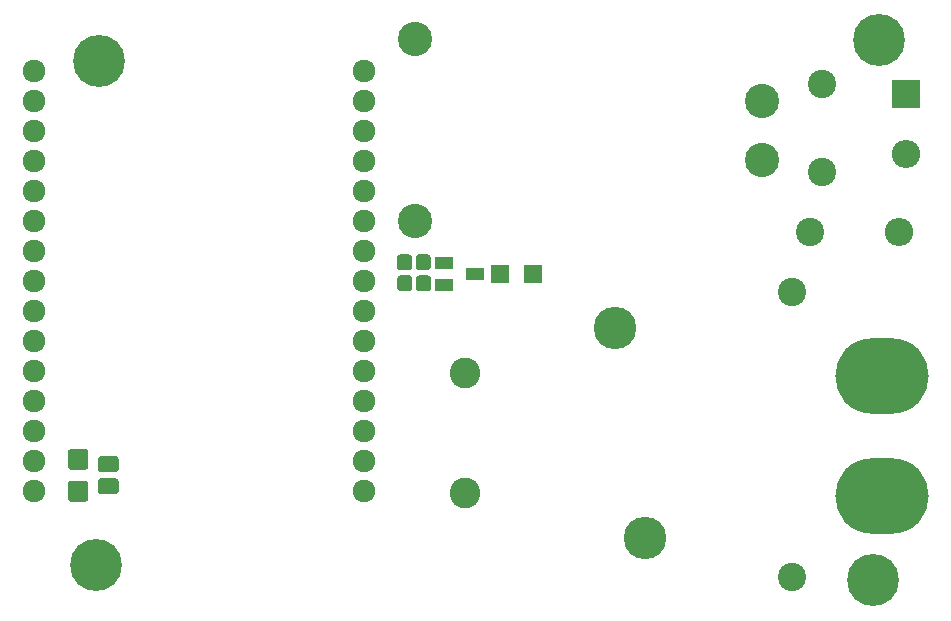
<source format=gbr>
G04 #@! TF.GenerationSoftware,KiCad,Pcbnew,5.0.0-fee4fd1~66~ubuntu16.04.1*
G04 #@! TF.CreationDate,2018-12-09T19:38:54+07:00*
G04 #@! TF.ProjectId,master_circuit,6D61737465725F636972637569742E6B,rev?*
G04 #@! TF.SameCoordinates,Original*
G04 #@! TF.FileFunction,Soldermask,Top*
G04 #@! TF.FilePolarity,Negative*
%FSLAX46Y46*%
G04 Gerber Fmt 4.6, Leading zero omitted, Abs format (unit mm)*
G04 Created by KiCad (PCBNEW 5.0.0-fee4fd1~66~ubuntu16.04.1) date Sun Dec  9 19:38:54 2018*
%MOMM*%
%LPD*%
G01*
G04 APERTURE LIST*
%ADD10C,4.400000*%
%ADD11C,2.400000*%
%ADD12O,2.400000X2.400000*%
%ADD13R,2.400000X2.400000*%
%ADD14C,0.100000*%
%ADD15C,1.375000*%
%ADD16R,1.500000X1.500000*%
%ADD17O,7.900000X6.400000*%
%ADD18C,2.600000*%
%ADD19C,3.600000*%
%ADD20C,1.275000*%
%ADD21C,1.924000*%
%ADD22C,2.900000*%
%ADD23R,1.620000X1.050000*%
%ADD24C,1.750000*%
G04 APERTURE END LIST*
D10*
G04 #@! TO.C,REF\002A\002A*
X113538000Y-98298000D03*
G04 #@! TD*
G04 #@! TO.C,REF\002A\002A*
X113284000Y-140970000D03*
G04 #@! TD*
G04 #@! TO.C,REF\002A\002A*
X179070000Y-142240000D03*
G04 #@! TD*
G04 #@! TO.C,REF\002A\002A*
X179578000Y-96520000D03*
G04 #@! TD*
D11*
G04 #@! TO.C,F2*
X173736000Y-112776000D03*
D12*
X181236000Y-112776000D03*
G04 #@! TD*
D13*
G04 #@! TO.C,J3*
X181864000Y-101092000D03*
D12*
X181864000Y-106172000D03*
G04 #@! TD*
D11*
G04 #@! TO.C,F1*
X172212000Y-117856000D03*
X172212000Y-141986000D03*
G04 #@! TD*
D14*
G04 #@! TO.C,C2*
G36*
X114889943Y-131726655D02*
X114923312Y-131731605D01*
X114956035Y-131739802D01*
X114987797Y-131751166D01*
X115018293Y-131765590D01*
X115047227Y-131782932D01*
X115074323Y-131803028D01*
X115099318Y-131825682D01*
X115121972Y-131850677D01*
X115142068Y-131877773D01*
X115159410Y-131906707D01*
X115173834Y-131937203D01*
X115185198Y-131968965D01*
X115193395Y-132001688D01*
X115198345Y-132035057D01*
X115200000Y-132068750D01*
X115200000Y-132756250D01*
X115198345Y-132789943D01*
X115193395Y-132823312D01*
X115185198Y-132856035D01*
X115173834Y-132887797D01*
X115159410Y-132918293D01*
X115142068Y-132947227D01*
X115121972Y-132974323D01*
X115099318Y-132999318D01*
X115074323Y-133021972D01*
X115047227Y-133042068D01*
X115018293Y-133059410D01*
X114987797Y-133073834D01*
X114956035Y-133085198D01*
X114923312Y-133093395D01*
X114889943Y-133098345D01*
X114856250Y-133100000D01*
X113743750Y-133100000D01*
X113710057Y-133098345D01*
X113676688Y-133093395D01*
X113643965Y-133085198D01*
X113612203Y-133073834D01*
X113581707Y-133059410D01*
X113552773Y-133042068D01*
X113525677Y-133021972D01*
X113500682Y-132999318D01*
X113478028Y-132974323D01*
X113457932Y-132947227D01*
X113440590Y-132918293D01*
X113426166Y-132887797D01*
X113414802Y-132856035D01*
X113406605Y-132823312D01*
X113401655Y-132789943D01*
X113400000Y-132756250D01*
X113400000Y-132068750D01*
X113401655Y-132035057D01*
X113406605Y-132001688D01*
X113414802Y-131968965D01*
X113426166Y-131937203D01*
X113440590Y-131906707D01*
X113457932Y-131877773D01*
X113478028Y-131850677D01*
X113500682Y-131825682D01*
X113525677Y-131803028D01*
X113552773Y-131782932D01*
X113581707Y-131765590D01*
X113612203Y-131751166D01*
X113643965Y-131739802D01*
X113676688Y-131731605D01*
X113710057Y-131726655D01*
X113743750Y-131725000D01*
X114856250Y-131725000D01*
X114889943Y-131726655D01*
X114889943Y-131726655D01*
G37*
D15*
X114300000Y-132412500D03*
D14*
G36*
X114889943Y-133601655D02*
X114923312Y-133606605D01*
X114956035Y-133614802D01*
X114987797Y-133626166D01*
X115018293Y-133640590D01*
X115047227Y-133657932D01*
X115074323Y-133678028D01*
X115099318Y-133700682D01*
X115121972Y-133725677D01*
X115142068Y-133752773D01*
X115159410Y-133781707D01*
X115173834Y-133812203D01*
X115185198Y-133843965D01*
X115193395Y-133876688D01*
X115198345Y-133910057D01*
X115200000Y-133943750D01*
X115200000Y-134631250D01*
X115198345Y-134664943D01*
X115193395Y-134698312D01*
X115185198Y-134731035D01*
X115173834Y-134762797D01*
X115159410Y-134793293D01*
X115142068Y-134822227D01*
X115121972Y-134849323D01*
X115099318Y-134874318D01*
X115074323Y-134896972D01*
X115047227Y-134917068D01*
X115018293Y-134934410D01*
X114987797Y-134948834D01*
X114956035Y-134960198D01*
X114923312Y-134968395D01*
X114889943Y-134973345D01*
X114856250Y-134975000D01*
X113743750Y-134975000D01*
X113710057Y-134973345D01*
X113676688Y-134968395D01*
X113643965Y-134960198D01*
X113612203Y-134948834D01*
X113581707Y-134934410D01*
X113552773Y-134917068D01*
X113525677Y-134896972D01*
X113500682Y-134874318D01*
X113478028Y-134849323D01*
X113457932Y-134822227D01*
X113440590Y-134793293D01*
X113426166Y-134762797D01*
X113414802Y-134731035D01*
X113406605Y-134698312D01*
X113401655Y-134664943D01*
X113400000Y-134631250D01*
X113400000Y-133943750D01*
X113401655Y-133910057D01*
X113406605Y-133876688D01*
X113414802Y-133843965D01*
X113426166Y-133812203D01*
X113440590Y-133781707D01*
X113457932Y-133752773D01*
X113478028Y-133725677D01*
X113500682Y-133700682D01*
X113525677Y-133678028D01*
X113552773Y-133657932D01*
X113581707Y-133640590D01*
X113612203Y-133626166D01*
X113643965Y-133614802D01*
X113676688Y-133606605D01*
X113710057Y-133601655D01*
X113743750Y-133600000D01*
X114856250Y-133600000D01*
X114889943Y-133601655D01*
X114889943Y-133601655D01*
G37*
D15*
X114300000Y-134287500D03*
G04 #@! TD*
D16*
G04 #@! TO.C,D1*
X147444000Y-116332000D03*
X150244000Y-116332000D03*
G04 #@! TD*
D17*
G04 #@! TO.C,J1*
X179832000Y-124968000D03*
G04 #@! TD*
G04 #@! TO.C,J2*
X179832000Y-135128000D03*
G04 #@! TD*
D18*
G04 #@! TO.C,K1*
X144526000Y-134874000D03*
X144526000Y-124714000D03*
D19*
X159766000Y-138684000D03*
X157226000Y-120904000D03*
G04 #@! TD*
D14*
G04 #@! TO.C,R1*
G36*
X141345493Y-116420535D02*
X141376435Y-116425125D01*
X141406778Y-116432725D01*
X141436230Y-116443263D01*
X141464508Y-116456638D01*
X141491338Y-116472719D01*
X141516463Y-116491353D01*
X141539640Y-116512360D01*
X141560647Y-116535537D01*
X141579281Y-116560662D01*
X141595362Y-116587492D01*
X141608737Y-116615770D01*
X141619275Y-116645222D01*
X141626875Y-116675565D01*
X141631465Y-116706507D01*
X141633000Y-116737750D01*
X141633000Y-117450250D01*
X141631465Y-117481493D01*
X141626875Y-117512435D01*
X141619275Y-117542778D01*
X141608737Y-117572230D01*
X141595362Y-117600508D01*
X141579281Y-117627338D01*
X141560647Y-117652463D01*
X141539640Y-117675640D01*
X141516463Y-117696647D01*
X141491338Y-117715281D01*
X141464508Y-117731362D01*
X141436230Y-117744737D01*
X141406778Y-117755275D01*
X141376435Y-117762875D01*
X141345493Y-117767465D01*
X141314250Y-117769000D01*
X140676750Y-117769000D01*
X140645507Y-117767465D01*
X140614565Y-117762875D01*
X140584222Y-117755275D01*
X140554770Y-117744737D01*
X140526492Y-117731362D01*
X140499662Y-117715281D01*
X140474537Y-117696647D01*
X140451360Y-117675640D01*
X140430353Y-117652463D01*
X140411719Y-117627338D01*
X140395638Y-117600508D01*
X140382263Y-117572230D01*
X140371725Y-117542778D01*
X140364125Y-117512435D01*
X140359535Y-117481493D01*
X140358000Y-117450250D01*
X140358000Y-116737750D01*
X140359535Y-116706507D01*
X140364125Y-116675565D01*
X140371725Y-116645222D01*
X140382263Y-116615770D01*
X140395638Y-116587492D01*
X140411719Y-116560662D01*
X140430353Y-116535537D01*
X140451360Y-116512360D01*
X140474537Y-116491353D01*
X140499662Y-116472719D01*
X140526492Y-116456638D01*
X140554770Y-116443263D01*
X140584222Y-116432725D01*
X140614565Y-116425125D01*
X140645507Y-116420535D01*
X140676750Y-116419000D01*
X141314250Y-116419000D01*
X141345493Y-116420535D01*
X141345493Y-116420535D01*
G37*
D20*
X140995500Y-117094000D03*
D14*
G36*
X139770493Y-116420535D02*
X139801435Y-116425125D01*
X139831778Y-116432725D01*
X139861230Y-116443263D01*
X139889508Y-116456638D01*
X139916338Y-116472719D01*
X139941463Y-116491353D01*
X139964640Y-116512360D01*
X139985647Y-116535537D01*
X140004281Y-116560662D01*
X140020362Y-116587492D01*
X140033737Y-116615770D01*
X140044275Y-116645222D01*
X140051875Y-116675565D01*
X140056465Y-116706507D01*
X140058000Y-116737750D01*
X140058000Y-117450250D01*
X140056465Y-117481493D01*
X140051875Y-117512435D01*
X140044275Y-117542778D01*
X140033737Y-117572230D01*
X140020362Y-117600508D01*
X140004281Y-117627338D01*
X139985647Y-117652463D01*
X139964640Y-117675640D01*
X139941463Y-117696647D01*
X139916338Y-117715281D01*
X139889508Y-117731362D01*
X139861230Y-117744737D01*
X139831778Y-117755275D01*
X139801435Y-117762875D01*
X139770493Y-117767465D01*
X139739250Y-117769000D01*
X139101750Y-117769000D01*
X139070507Y-117767465D01*
X139039565Y-117762875D01*
X139009222Y-117755275D01*
X138979770Y-117744737D01*
X138951492Y-117731362D01*
X138924662Y-117715281D01*
X138899537Y-117696647D01*
X138876360Y-117675640D01*
X138855353Y-117652463D01*
X138836719Y-117627338D01*
X138820638Y-117600508D01*
X138807263Y-117572230D01*
X138796725Y-117542778D01*
X138789125Y-117512435D01*
X138784535Y-117481493D01*
X138783000Y-117450250D01*
X138783000Y-116737750D01*
X138784535Y-116706507D01*
X138789125Y-116675565D01*
X138796725Y-116645222D01*
X138807263Y-116615770D01*
X138820638Y-116587492D01*
X138836719Y-116560662D01*
X138855353Y-116535537D01*
X138876360Y-116512360D01*
X138899537Y-116491353D01*
X138924662Y-116472719D01*
X138951492Y-116456638D01*
X138979770Y-116443263D01*
X139009222Y-116432725D01*
X139039565Y-116425125D01*
X139070507Y-116420535D01*
X139101750Y-116419000D01*
X139739250Y-116419000D01*
X139770493Y-116420535D01*
X139770493Y-116420535D01*
G37*
D20*
X139420500Y-117094000D03*
G04 #@! TD*
D21*
G04 #@! TO.C,U1*
X108025001Y-99135001D03*
X108025001Y-101675001D03*
X108025001Y-104215001D03*
X108025001Y-106755001D03*
X108025001Y-109295001D03*
X108025001Y-111835001D03*
X108025001Y-114375001D03*
X108025001Y-116915001D03*
X108025001Y-119455001D03*
X108025001Y-121995001D03*
X108025001Y-124535001D03*
X108025001Y-127075001D03*
X108025001Y-129615001D03*
X108025001Y-132155001D03*
X108025001Y-134695001D03*
X135965001Y-134695001D03*
X135965001Y-132155001D03*
X135965001Y-129615001D03*
X135965001Y-127075001D03*
X135965001Y-124535001D03*
X135965001Y-121995001D03*
X135965001Y-119455001D03*
X135965001Y-116915001D03*
X135965001Y-114375001D03*
X135965001Y-111835001D03*
X135965001Y-109295001D03*
X135965001Y-106755001D03*
X135965001Y-104215001D03*
X135965001Y-101675001D03*
X135965001Y-99135001D03*
G04 #@! TD*
D22*
G04 #@! TO.C,U2*
X169640000Y-106640000D03*
X169640000Y-101640000D03*
X140240000Y-111840000D03*
X140240000Y-96440000D03*
G04 #@! TD*
D14*
G04 #@! TO.C,R2*
G36*
X139744993Y-114642535D02*
X139775935Y-114647125D01*
X139806278Y-114654725D01*
X139835730Y-114665263D01*
X139864008Y-114678638D01*
X139890838Y-114694719D01*
X139915963Y-114713353D01*
X139939140Y-114734360D01*
X139960147Y-114757537D01*
X139978781Y-114782662D01*
X139994862Y-114809492D01*
X140008237Y-114837770D01*
X140018775Y-114867222D01*
X140026375Y-114897565D01*
X140030965Y-114928507D01*
X140032500Y-114959750D01*
X140032500Y-115672250D01*
X140030965Y-115703493D01*
X140026375Y-115734435D01*
X140018775Y-115764778D01*
X140008237Y-115794230D01*
X139994862Y-115822508D01*
X139978781Y-115849338D01*
X139960147Y-115874463D01*
X139939140Y-115897640D01*
X139915963Y-115918647D01*
X139890838Y-115937281D01*
X139864008Y-115953362D01*
X139835730Y-115966737D01*
X139806278Y-115977275D01*
X139775935Y-115984875D01*
X139744993Y-115989465D01*
X139713750Y-115991000D01*
X139076250Y-115991000D01*
X139045007Y-115989465D01*
X139014065Y-115984875D01*
X138983722Y-115977275D01*
X138954270Y-115966737D01*
X138925992Y-115953362D01*
X138899162Y-115937281D01*
X138874037Y-115918647D01*
X138850860Y-115897640D01*
X138829853Y-115874463D01*
X138811219Y-115849338D01*
X138795138Y-115822508D01*
X138781763Y-115794230D01*
X138771225Y-115764778D01*
X138763625Y-115734435D01*
X138759035Y-115703493D01*
X138757500Y-115672250D01*
X138757500Y-114959750D01*
X138759035Y-114928507D01*
X138763625Y-114897565D01*
X138771225Y-114867222D01*
X138781763Y-114837770D01*
X138795138Y-114809492D01*
X138811219Y-114782662D01*
X138829853Y-114757537D01*
X138850860Y-114734360D01*
X138874037Y-114713353D01*
X138899162Y-114694719D01*
X138925992Y-114678638D01*
X138954270Y-114665263D01*
X138983722Y-114654725D01*
X139014065Y-114647125D01*
X139045007Y-114642535D01*
X139076250Y-114641000D01*
X139713750Y-114641000D01*
X139744993Y-114642535D01*
X139744993Y-114642535D01*
G37*
D20*
X139395000Y-115316000D03*
D14*
G36*
X141319993Y-114642535D02*
X141350935Y-114647125D01*
X141381278Y-114654725D01*
X141410730Y-114665263D01*
X141439008Y-114678638D01*
X141465838Y-114694719D01*
X141490963Y-114713353D01*
X141514140Y-114734360D01*
X141535147Y-114757537D01*
X141553781Y-114782662D01*
X141569862Y-114809492D01*
X141583237Y-114837770D01*
X141593775Y-114867222D01*
X141601375Y-114897565D01*
X141605965Y-114928507D01*
X141607500Y-114959750D01*
X141607500Y-115672250D01*
X141605965Y-115703493D01*
X141601375Y-115734435D01*
X141593775Y-115764778D01*
X141583237Y-115794230D01*
X141569862Y-115822508D01*
X141553781Y-115849338D01*
X141535147Y-115874463D01*
X141514140Y-115897640D01*
X141490963Y-115918647D01*
X141465838Y-115937281D01*
X141439008Y-115953362D01*
X141410730Y-115966737D01*
X141381278Y-115977275D01*
X141350935Y-115984875D01*
X141319993Y-115989465D01*
X141288750Y-115991000D01*
X140651250Y-115991000D01*
X140620007Y-115989465D01*
X140589065Y-115984875D01*
X140558722Y-115977275D01*
X140529270Y-115966737D01*
X140500992Y-115953362D01*
X140474162Y-115937281D01*
X140449037Y-115918647D01*
X140425860Y-115897640D01*
X140404853Y-115874463D01*
X140386219Y-115849338D01*
X140370138Y-115822508D01*
X140356763Y-115794230D01*
X140346225Y-115764778D01*
X140338625Y-115734435D01*
X140334035Y-115703493D01*
X140332500Y-115672250D01*
X140332500Y-114959750D01*
X140334035Y-114928507D01*
X140338625Y-114897565D01*
X140346225Y-114867222D01*
X140356763Y-114837770D01*
X140370138Y-114809492D01*
X140386219Y-114782662D01*
X140404853Y-114757537D01*
X140425860Y-114734360D01*
X140449037Y-114713353D01*
X140474162Y-114694719D01*
X140500992Y-114678638D01*
X140529270Y-114665263D01*
X140558722Y-114654725D01*
X140589065Y-114647125D01*
X140620007Y-114642535D01*
X140651250Y-114641000D01*
X141288750Y-114641000D01*
X141319993Y-114642535D01*
X141319993Y-114642535D01*
G37*
D20*
X140970000Y-115316000D03*
G04 #@! TD*
D11*
G04 #@! TO.C,RV1*
X174752000Y-107696000D03*
X174752000Y-100196000D03*
G04 #@! TD*
D23*
G04 #@! TO.C,Q1*
X142708000Y-115382000D03*
X142708000Y-117282000D03*
X145328000Y-116332000D03*
G04 #@! TD*
D14*
G04 #@! TO.C,C1*
G36*
X112342692Y-133801561D02*
X112374151Y-133806227D01*
X112405000Y-133813954D01*
X112434944Y-133824669D01*
X112463694Y-133838266D01*
X112490972Y-133854616D01*
X112516517Y-133873561D01*
X112540081Y-133894919D01*
X112561439Y-133918483D01*
X112580384Y-133944028D01*
X112596734Y-133971306D01*
X112610331Y-134000056D01*
X112621046Y-134030000D01*
X112628773Y-134060849D01*
X112633439Y-134092308D01*
X112635000Y-134124073D01*
X112635000Y-135275927D01*
X112633439Y-135307692D01*
X112628773Y-135339151D01*
X112621046Y-135370000D01*
X112610331Y-135399944D01*
X112596734Y-135428694D01*
X112580384Y-135455972D01*
X112561439Y-135481517D01*
X112540081Y-135505081D01*
X112516517Y-135526439D01*
X112490972Y-135545384D01*
X112463694Y-135561734D01*
X112434944Y-135575331D01*
X112405000Y-135586046D01*
X112374151Y-135593773D01*
X112342692Y-135598439D01*
X112310927Y-135600000D01*
X111209073Y-135600000D01*
X111177308Y-135598439D01*
X111145849Y-135593773D01*
X111115000Y-135586046D01*
X111085056Y-135575331D01*
X111056306Y-135561734D01*
X111029028Y-135545384D01*
X111003483Y-135526439D01*
X110979919Y-135505081D01*
X110958561Y-135481517D01*
X110939616Y-135455972D01*
X110923266Y-135428694D01*
X110909669Y-135399944D01*
X110898954Y-135370000D01*
X110891227Y-135339151D01*
X110886561Y-135307692D01*
X110885000Y-135275927D01*
X110885000Y-134124073D01*
X110886561Y-134092308D01*
X110891227Y-134060849D01*
X110898954Y-134030000D01*
X110909669Y-134000056D01*
X110923266Y-133971306D01*
X110939616Y-133944028D01*
X110958561Y-133918483D01*
X110979919Y-133894919D01*
X111003483Y-133873561D01*
X111029028Y-133854616D01*
X111056306Y-133838266D01*
X111085056Y-133824669D01*
X111115000Y-133813954D01*
X111145849Y-133806227D01*
X111177308Y-133801561D01*
X111209073Y-133800000D01*
X112310927Y-133800000D01*
X112342692Y-133801561D01*
X112342692Y-133801561D01*
G37*
D24*
X111760000Y-134700000D03*
D14*
G36*
X112342692Y-131101561D02*
X112374151Y-131106227D01*
X112405000Y-131113954D01*
X112434944Y-131124669D01*
X112463694Y-131138266D01*
X112490972Y-131154616D01*
X112516517Y-131173561D01*
X112540081Y-131194919D01*
X112561439Y-131218483D01*
X112580384Y-131244028D01*
X112596734Y-131271306D01*
X112610331Y-131300056D01*
X112621046Y-131330000D01*
X112628773Y-131360849D01*
X112633439Y-131392308D01*
X112635000Y-131424073D01*
X112635000Y-132575927D01*
X112633439Y-132607692D01*
X112628773Y-132639151D01*
X112621046Y-132670000D01*
X112610331Y-132699944D01*
X112596734Y-132728694D01*
X112580384Y-132755972D01*
X112561439Y-132781517D01*
X112540081Y-132805081D01*
X112516517Y-132826439D01*
X112490972Y-132845384D01*
X112463694Y-132861734D01*
X112434944Y-132875331D01*
X112405000Y-132886046D01*
X112374151Y-132893773D01*
X112342692Y-132898439D01*
X112310927Y-132900000D01*
X111209073Y-132900000D01*
X111177308Y-132898439D01*
X111145849Y-132893773D01*
X111115000Y-132886046D01*
X111085056Y-132875331D01*
X111056306Y-132861734D01*
X111029028Y-132845384D01*
X111003483Y-132826439D01*
X110979919Y-132805081D01*
X110958561Y-132781517D01*
X110939616Y-132755972D01*
X110923266Y-132728694D01*
X110909669Y-132699944D01*
X110898954Y-132670000D01*
X110891227Y-132639151D01*
X110886561Y-132607692D01*
X110885000Y-132575927D01*
X110885000Y-131424073D01*
X110886561Y-131392308D01*
X110891227Y-131360849D01*
X110898954Y-131330000D01*
X110909669Y-131300056D01*
X110923266Y-131271306D01*
X110939616Y-131244028D01*
X110958561Y-131218483D01*
X110979919Y-131194919D01*
X111003483Y-131173561D01*
X111029028Y-131154616D01*
X111056306Y-131138266D01*
X111085056Y-131124669D01*
X111115000Y-131113954D01*
X111145849Y-131106227D01*
X111177308Y-131101561D01*
X111209073Y-131100000D01*
X112310927Y-131100000D01*
X112342692Y-131101561D01*
X112342692Y-131101561D01*
G37*
D24*
X111760000Y-132000000D03*
G04 #@! TD*
M02*

</source>
